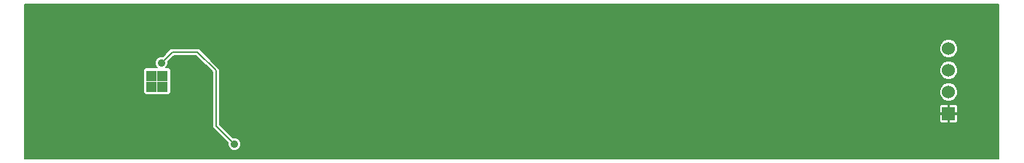
<source format=gbl>
G04 (created by PCBNEW-RS274X (2012-apr-16-27)-stable) date Tue 14 Jan 2014 09:47:31 PM CET*
G01*
G70*
G90*
%MOIN*%
G04 Gerber Fmt 3.4, Leading zero omitted, Abs format*
%FSLAX34Y34*%
G04 APERTURE LIST*
%ADD10C,0.006000*%
%ADD11R,0.060000X0.060000*%
%ADD12C,0.060000*%
%ADD13R,0.050000X0.050000*%
%ADD14C,0.035000*%
%ADD15C,0.008000*%
%ADD16C,0.005000*%
G04 APERTURE END LIST*
G54D10*
G54D11*
X77500Y-24250D03*
G54D12*
X77500Y-23250D03*
X77500Y-22250D03*
X77500Y-21250D03*
G54D13*
X41000Y-22500D03*
X41500Y-22500D03*
X41000Y-23000D03*
X41500Y-23000D03*
G54D14*
X44800Y-25650D03*
X41450Y-21900D03*
X55050Y-22750D03*
X65050Y-22750D03*
X36250Y-22100D03*
X45050Y-22750D03*
X42100Y-23600D03*
X40400Y-23600D03*
X40400Y-22000D03*
X42100Y-22000D03*
G54D15*
X41950Y-21400D02*
X43100Y-21400D01*
X43950Y-22250D02*
X43950Y-24800D01*
X41450Y-21900D02*
X41950Y-21400D01*
X43100Y-21400D02*
X43950Y-22250D01*
X43950Y-24800D02*
X44800Y-25650D01*
G54D10*
G36*
X79800Y-26300D02*
X77925Y-26300D01*
X77925Y-24575D01*
X77925Y-24306D01*
X77925Y-24194D01*
X77925Y-23925D01*
X77925Y-23335D01*
X77925Y-23166D01*
X77925Y-22335D01*
X77925Y-22166D01*
X77925Y-21335D01*
X77925Y-21166D01*
X77861Y-21010D01*
X77741Y-20890D01*
X77585Y-20825D01*
X77416Y-20825D01*
X77260Y-20889D01*
X77140Y-21009D01*
X77075Y-21165D01*
X77075Y-21334D01*
X77139Y-21490D01*
X77259Y-21610D01*
X77415Y-21675D01*
X77584Y-21675D01*
X77740Y-21611D01*
X77860Y-21491D01*
X77925Y-21335D01*
X77925Y-22166D01*
X77861Y-22010D01*
X77741Y-21890D01*
X77585Y-21825D01*
X77416Y-21825D01*
X77260Y-21889D01*
X77140Y-22009D01*
X77075Y-22165D01*
X77075Y-22334D01*
X77139Y-22490D01*
X77259Y-22610D01*
X77415Y-22675D01*
X77584Y-22675D01*
X77740Y-22611D01*
X77860Y-22491D01*
X77925Y-22335D01*
X77925Y-23166D01*
X77861Y-23010D01*
X77741Y-22890D01*
X77585Y-22825D01*
X77416Y-22825D01*
X77260Y-22889D01*
X77140Y-23009D01*
X77075Y-23165D01*
X77075Y-23334D01*
X77139Y-23490D01*
X77259Y-23610D01*
X77415Y-23675D01*
X77584Y-23675D01*
X77740Y-23611D01*
X77860Y-23491D01*
X77925Y-23335D01*
X77925Y-23925D01*
X77906Y-23879D01*
X77871Y-23844D01*
X77825Y-23825D01*
X77775Y-23825D01*
X77556Y-23825D01*
X77525Y-23856D01*
X77525Y-24225D01*
X77894Y-24225D01*
X77925Y-24194D01*
X77925Y-24306D01*
X77894Y-24275D01*
X77525Y-24275D01*
X77525Y-24644D01*
X77556Y-24675D01*
X77775Y-24675D01*
X77825Y-24675D01*
X77871Y-24656D01*
X77906Y-24621D01*
X77925Y-24575D01*
X77925Y-26300D01*
X77475Y-26300D01*
X77475Y-24644D01*
X77475Y-24275D01*
X77475Y-24225D01*
X77475Y-23856D01*
X77444Y-23825D01*
X77225Y-23825D01*
X77175Y-23825D01*
X77129Y-23844D01*
X77094Y-23879D01*
X77075Y-23925D01*
X77075Y-24194D01*
X77106Y-24225D01*
X77475Y-24225D01*
X77475Y-24275D01*
X77106Y-24275D01*
X77075Y-24306D01*
X77075Y-24575D01*
X77094Y-24621D01*
X77129Y-24656D01*
X77175Y-24675D01*
X77225Y-24675D01*
X77444Y-24675D01*
X77475Y-24644D01*
X77475Y-26300D01*
X45099Y-26300D01*
X45099Y-25710D01*
X45099Y-25591D01*
X45054Y-25481D01*
X44970Y-25397D01*
X44860Y-25351D01*
X44741Y-25351D01*
X44736Y-25352D01*
X44115Y-24731D01*
X44115Y-22250D01*
X44102Y-22187D01*
X44067Y-22133D01*
X43217Y-21283D01*
X43163Y-21248D01*
X43100Y-21235D01*
X41950Y-21235D01*
X41887Y-21248D01*
X41833Y-21283D01*
X41513Y-21602D01*
X41510Y-21601D01*
X41391Y-21601D01*
X41281Y-21646D01*
X41197Y-21730D01*
X41151Y-21840D01*
X41151Y-21959D01*
X41196Y-22069D01*
X41252Y-22125D01*
X41225Y-22125D01*
X40725Y-22125D01*
X40679Y-22144D01*
X40644Y-22179D01*
X40625Y-22225D01*
X40625Y-22275D01*
X40625Y-22725D01*
X40625Y-22775D01*
X40625Y-23275D01*
X40644Y-23321D01*
X40679Y-23356D01*
X40725Y-23375D01*
X40775Y-23375D01*
X41225Y-23375D01*
X41275Y-23375D01*
X41775Y-23375D01*
X41821Y-23356D01*
X41856Y-23321D01*
X41875Y-23275D01*
X41875Y-23225D01*
X41875Y-22775D01*
X41875Y-22725D01*
X41875Y-22225D01*
X41856Y-22179D01*
X41821Y-22144D01*
X41775Y-22125D01*
X41725Y-22125D01*
X41648Y-22125D01*
X41703Y-22070D01*
X41749Y-21960D01*
X41749Y-21841D01*
X41747Y-21836D01*
X42019Y-21565D01*
X43031Y-21565D01*
X43785Y-22319D01*
X43785Y-24800D01*
X43798Y-24863D01*
X43833Y-24917D01*
X44502Y-25586D01*
X44501Y-25590D01*
X44501Y-25709D01*
X44546Y-25819D01*
X44630Y-25903D01*
X44740Y-25949D01*
X44859Y-25949D01*
X44969Y-25904D01*
X45053Y-25820D01*
X45099Y-25710D01*
X45099Y-26300D01*
X35200Y-26300D01*
X35200Y-19200D01*
X79800Y-19200D01*
X79800Y-26300D01*
X79800Y-26300D01*
G37*
G54D16*
X79800Y-26300D02*
X77925Y-26300D01*
X77925Y-24575D01*
X77925Y-24306D01*
X77925Y-24194D01*
X77925Y-23925D01*
X77925Y-23335D01*
X77925Y-23166D01*
X77925Y-22335D01*
X77925Y-22166D01*
X77925Y-21335D01*
X77925Y-21166D01*
X77861Y-21010D01*
X77741Y-20890D01*
X77585Y-20825D01*
X77416Y-20825D01*
X77260Y-20889D01*
X77140Y-21009D01*
X77075Y-21165D01*
X77075Y-21334D01*
X77139Y-21490D01*
X77259Y-21610D01*
X77415Y-21675D01*
X77584Y-21675D01*
X77740Y-21611D01*
X77860Y-21491D01*
X77925Y-21335D01*
X77925Y-22166D01*
X77861Y-22010D01*
X77741Y-21890D01*
X77585Y-21825D01*
X77416Y-21825D01*
X77260Y-21889D01*
X77140Y-22009D01*
X77075Y-22165D01*
X77075Y-22334D01*
X77139Y-22490D01*
X77259Y-22610D01*
X77415Y-22675D01*
X77584Y-22675D01*
X77740Y-22611D01*
X77860Y-22491D01*
X77925Y-22335D01*
X77925Y-23166D01*
X77861Y-23010D01*
X77741Y-22890D01*
X77585Y-22825D01*
X77416Y-22825D01*
X77260Y-22889D01*
X77140Y-23009D01*
X77075Y-23165D01*
X77075Y-23334D01*
X77139Y-23490D01*
X77259Y-23610D01*
X77415Y-23675D01*
X77584Y-23675D01*
X77740Y-23611D01*
X77860Y-23491D01*
X77925Y-23335D01*
X77925Y-23925D01*
X77906Y-23879D01*
X77871Y-23844D01*
X77825Y-23825D01*
X77775Y-23825D01*
X77556Y-23825D01*
X77525Y-23856D01*
X77525Y-24225D01*
X77894Y-24225D01*
X77925Y-24194D01*
X77925Y-24306D01*
X77894Y-24275D01*
X77525Y-24275D01*
X77525Y-24644D01*
X77556Y-24675D01*
X77775Y-24675D01*
X77825Y-24675D01*
X77871Y-24656D01*
X77906Y-24621D01*
X77925Y-24575D01*
X77925Y-26300D01*
X77475Y-26300D01*
X77475Y-24644D01*
X77475Y-24275D01*
X77475Y-24225D01*
X77475Y-23856D01*
X77444Y-23825D01*
X77225Y-23825D01*
X77175Y-23825D01*
X77129Y-23844D01*
X77094Y-23879D01*
X77075Y-23925D01*
X77075Y-24194D01*
X77106Y-24225D01*
X77475Y-24225D01*
X77475Y-24275D01*
X77106Y-24275D01*
X77075Y-24306D01*
X77075Y-24575D01*
X77094Y-24621D01*
X77129Y-24656D01*
X77175Y-24675D01*
X77225Y-24675D01*
X77444Y-24675D01*
X77475Y-24644D01*
X77475Y-26300D01*
X45099Y-26300D01*
X45099Y-25710D01*
X45099Y-25591D01*
X45054Y-25481D01*
X44970Y-25397D01*
X44860Y-25351D01*
X44741Y-25351D01*
X44736Y-25352D01*
X44115Y-24731D01*
X44115Y-22250D01*
X44102Y-22187D01*
X44067Y-22133D01*
X43217Y-21283D01*
X43163Y-21248D01*
X43100Y-21235D01*
X41950Y-21235D01*
X41887Y-21248D01*
X41833Y-21283D01*
X41513Y-21602D01*
X41510Y-21601D01*
X41391Y-21601D01*
X41281Y-21646D01*
X41197Y-21730D01*
X41151Y-21840D01*
X41151Y-21959D01*
X41196Y-22069D01*
X41252Y-22125D01*
X41225Y-22125D01*
X40725Y-22125D01*
X40679Y-22144D01*
X40644Y-22179D01*
X40625Y-22225D01*
X40625Y-22275D01*
X40625Y-22725D01*
X40625Y-22775D01*
X40625Y-23275D01*
X40644Y-23321D01*
X40679Y-23356D01*
X40725Y-23375D01*
X40775Y-23375D01*
X41225Y-23375D01*
X41275Y-23375D01*
X41775Y-23375D01*
X41821Y-23356D01*
X41856Y-23321D01*
X41875Y-23275D01*
X41875Y-23225D01*
X41875Y-22775D01*
X41875Y-22725D01*
X41875Y-22225D01*
X41856Y-22179D01*
X41821Y-22144D01*
X41775Y-22125D01*
X41725Y-22125D01*
X41648Y-22125D01*
X41703Y-22070D01*
X41749Y-21960D01*
X41749Y-21841D01*
X41747Y-21836D01*
X42019Y-21565D01*
X43031Y-21565D01*
X43785Y-22319D01*
X43785Y-24800D01*
X43798Y-24863D01*
X43833Y-24917D01*
X44502Y-25586D01*
X44501Y-25590D01*
X44501Y-25709D01*
X44546Y-25819D01*
X44630Y-25903D01*
X44740Y-25949D01*
X44859Y-25949D01*
X44969Y-25904D01*
X45053Y-25820D01*
X45099Y-25710D01*
X45099Y-26300D01*
X35200Y-26300D01*
X35200Y-19200D01*
X79800Y-19200D01*
X79800Y-26300D01*
M02*

</source>
